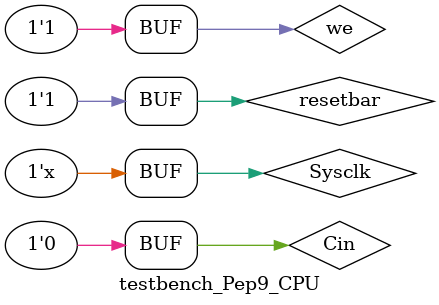
<source format=v>
`timescale 1ns / 1ps


module testbench_Pep9_CPU;

	reg Sysclk, resetbar, Cin, we;
	reg [15:0] address;
	reg [7:0] writeData;
	wire  [7:0] AluOpt_C, readData;
	wire S, C, V, Z, N, done;

	Top_Pep9CPU pep9( 
	   .AluOpt_C(AluOpt_C),
		.S(S),
		.C(C),
		.V(V), 
		.Z(Z),
		.N(N),
		.Sysclk(Sysclk),
		.resetbar(resetbar),
		.Cin(Cin));
	
	initial 
	begin
		Sysclk <= 'b0;
		resetbar <= 1;
		Cin <= 'b0;
	    address <= 16'h00;
        writeData <= 8'h61;
        we <= 1;
        if(done)
            begin
                address <= 16'bx;
                writeData <= 8'bx;
            end
		$monitor("t = %d	AluOpt_C = %h	", $time, AluOpt_C);
	end
	
	SystemBus TestBenchApb(
        .DoneMem(done),
        .DatatoRead(readData),
        .DatatoWrite(writeData),
        .we(we),
        .address(address),
        .Sysclk(Sysclk));
       
	always 
    begin    
        #10 Sysclk <= ~Sysclk;
   end
endmodule

</source>
